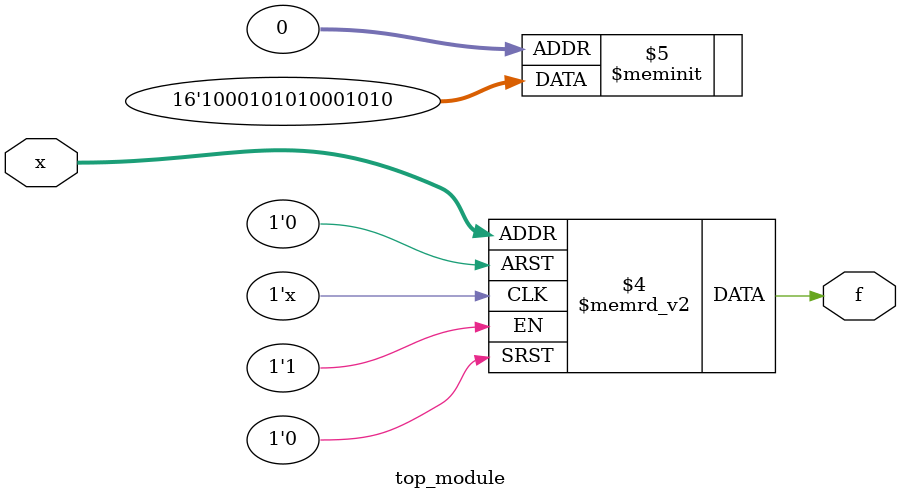
<source format=sv>
module top_module (
    input [4:1] x,
    output logic f
);

always_comb begin
    case ({x[4], x[3], x[2], x[1]})
        4'b0001: f = 1'b1;
        4'b0011: f = 1'b1;
        4'b0101: f = 1'b0;
        4'b0111: f = 1'b1;
        4'b1001: f = 1'b1;
        4'b1011: f = 1'b1;
        4'b1101: f = 1'b0;
        4'b1111: f = 1'b1;
        default: f = 1'b0; // Handles don't-care conditions
    endcase
end

endmodule

</source>
